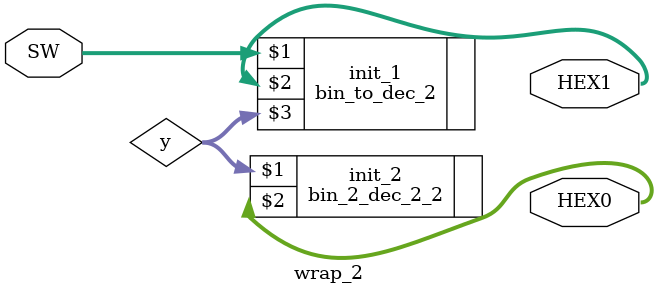
<source format=v>
module wrap_2(
input [3:0]SW,

output [6:0]HEX0,
output [6:0]HEX1
);

wire [3:0] y;

bin_to_dec_2 init_1 (SW [3:0], HEX1 [6:0], y[3:0]);
bin_2_dec_2_2 init_2 (y[3:0], HEX0 [6:0]);
endmodule
</source>
